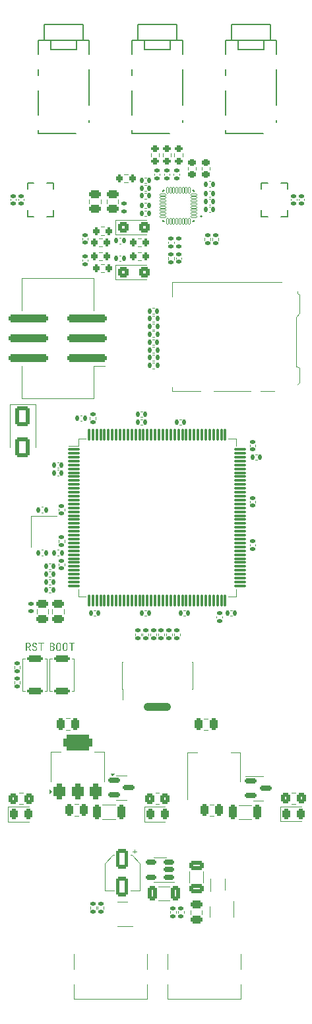
<source format=gbr>
%TF.GenerationSoftware,KiCad,Pcbnew,8.0.1*%
%TF.CreationDate,2024-03-28T16:58:49+01:00*%
%TF.ProjectId,KLST_CATERPILLAR,4b4c5354-5f43-4415-9445-5250494c4c41,rev?*%
%TF.SameCoordinates,Original*%
%TF.FileFunction,Legend,Top*%
%TF.FilePolarity,Positive*%
%FSLAX46Y46*%
G04 Gerber Fmt 4.6, Leading zero omitted, Abs format (unit mm)*
G04 Created by KiCad (PCBNEW 8.0.1) date 2024-03-28 16:58:49*
%MOMM*%
%LPD*%
G01*
G04 APERTURE LIST*
G04 Aperture macros list*
%AMRoundRect*
0 Rectangle with rounded corners*
0 $1 Rounding radius*
0 $2 $3 $4 $5 $6 $7 $8 $9 X,Y pos of 4 corners*
0 Add a 4 corners polygon primitive as box body*
4,1,4,$2,$3,$4,$5,$6,$7,$8,$9,$2,$3,0*
0 Add four circle primitives for the rounded corners*
1,1,$1+$1,$2,$3*
1,1,$1+$1,$4,$5*
1,1,$1+$1,$6,$7*
1,1,$1+$1,$8,$9*
0 Add four rect primitives between the rounded corners*
20,1,$1+$1,$2,$3,$4,$5,0*
20,1,$1+$1,$4,$5,$6,$7,0*
20,1,$1+$1,$6,$7,$8,$9,0*
20,1,$1+$1,$8,$9,$2,$3,0*%
G04 Aperture macros list end*
%ADD10C,1.000000*%
%ADD11C,0.150000*%
%ADD12C,0.120000*%
%ADD13C,0.127000*%
%ADD14C,0.200000*%
%ADD15C,0.152400*%
%ADD16RoundRect,0.140000X0.170000X-0.140000X0.170000X0.140000X-0.170000X0.140000X-0.170000X-0.140000X0*%
%ADD17RoundRect,0.140000X-0.140000X-0.170000X0.140000X-0.170000X0.140000X0.170000X-0.140000X0.170000X0*%
%ADD18RoundRect,0.250000X0.475000X-0.250000X0.475000X0.250000X-0.475000X0.250000X-0.475000X-0.250000X0*%
%ADD19RoundRect,0.140000X-0.170000X0.140000X-0.170000X-0.140000X0.170000X-0.140000X0.170000X0.140000X0*%
%ADD20RoundRect,0.140000X0.140000X0.170000X-0.140000X0.170000X-0.140000X-0.170000X0.140000X-0.170000X0*%
%ADD21RoundRect,0.250000X0.250000X0.475000X-0.250000X0.475000X-0.250000X-0.475000X0.250000X-0.475000X0*%
%ADD22RoundRect,0.250000X-0.450000X-0.425000X0.450000X-0.425000X0.450000X0.425000X-0.450000X0.425000X0*%
%ADD23RoundRect,0.135000X0.185000X-0.135000X0.185000X0.135000X-0.185000X0.135000X-0.185000X-0.135000X0*%
%ADD24RoundRect,0.250000X-0.275000X-0.700000X0.275000X-0.700000X0.275000X0.700000X-0.275000X0.700000X0*%
%ADD25RoundRect,0.200000X0.275000X-0.200000X0.275000X0.200000X-0.275000X0.200000X-0.275000X-0.200000X0*%
%ADD26R,0.250000X0.600000*%
%ADD27RoundRect,0.225000X0.250000X-0.225000X0.250000X0.225000X-0.250000X0.225000X-0.250000X-0.225000X0*%
%ADD28RoundRect,0.150000X-0.587500X-0.150000X0.587500X-0.150000X0.587500X0.150000X-0.587500X0.150000X0*%
%ADD29RoundRect,0.250000X0.350000X0.450000X-0.350000X0.450000X-0.350000X-0.450000X0.350000X-0.450000X0*%
%ADD30RoundRect,0.200000X0.800000X-0.200000X0.800000X0.200000X-0.800000X0.200000X-0.800000X-0.200000X0*%
%ADD31RoundRect,0.243750X-0.243750X-0.456250X0.243750X-0.456250X0.243750X0.456250X-0.243750X0.456250X0*%
%ADD32RoundRect,0.135000X-0.185000X0.135000X-0.185000X-0.135000X0.185000X-0.135000X0.185000X0.135000X0*%
%ADD33RoundRect,0.255000X2.245000X0.255000X-2.245000X0.255000X-2.245000X-0.255000X2.245000X-0.255000X0*%
%ADD34RoundRect,0.250000X-0.325000X-0.650000X0.325000X-0.650000X0.325000X0.650000X-0.325000X0.650000X0*%
%ADD35RoundRect,0.006600X0.358400X0.103400X-0.358400X0.103400X-0.358400X-0.103400X0.358400X-0.103400X0*%
%ADD36RoundRect,0.006600X-0.103400X0.358400X-0.103400X-0.358400X0.103400X-0.358400X0.103400X0.358400X0*%
%ADD37R,2.700000X2.700000*%
%ADD38R,0.406400X0.939800*%
%ADD39R,0.355600X2.311400*%
%ADD40R,1.295400X0.355600*%
%ADD41RoundRect,0.200000X0.200000X0.275000X-0.200000X0.275000X-0.200000X-0.275000X0.200000X-0.275000X0*%
%ADD42C,1.600000*%
%ADD43R,2.500000X1.500000*%
%ADD44R,3.400000X1.500000*%
%ADD45RoundRect,0.135000X-0.135000X-0.185000X0.135000X-0.185000X0.135000X0.185000X-0.135000X0.185000X0*%
%ADD46RoundRect,0.075000X-0.662500X-0.075000X0.662500X-0.075000X0.662500X0.075000X-0.662500X0.075000X0*%
%ADD47RoundRect,0.075000X-0.075000X-0.662500X0.075000X-0.662500X0.075000X0.662500X-0.075000X0.662500X0*%
%ADD48RoundRect,0.200000X-0.200000X-0.275000X0.200000X-0.275000X0.200000X0.275000X-0.200000X0.275000X0*%
%ADD49R,1.200000X0.700000*%
%ADD50R,0.800000X1.000000*%
%ADD51R,1.200000X1.000000*%
%ADD52R,2.800000X1.000000*%
%ADD53R,1.900000X1.300000*%
%ADD54C,0.650000*%
%ADD55R,0.600000X1.450000*%
%ADD56R,0.300000X1.450000*%
%ADD57O,1.000000X2.100000*%
%ADD58O,1.000000X1.600000*%
%ADD59RoundRect,0.250000X-0.475000X0.250000X-0.475000X-0.250000X0.475000X-0.250000X0.475000X0.250000X0*%
%ADD60RoundRect,0.147500X0.172500X-0.147500X0.172500X0.147500X-0.172500X0.147500X-0.172500X-0.147500X0*%
%ADD61RoundRect,0.135000X0.135000X0.185000X-0.135000X0.185000X-0.135000X-0.185000X0.135000X-0.185000X0*%
%ADD62RoundRect,0.147500X-0.172500X0.147500X-0.172500X-0.147500X0.172500X-0.147500X0.172500X0.147500X0*%
%ADD63RoundRect,0.250000X-0.650000X1.000000X-0.650000X-1.000000X0.650000X-1.000000X0.650000X1.000000X0*%
%ADD64RoundRect,0.250000X-0.550000X1.050000X-0.550000X-1.050000X0.550000X-1.050000X0.550000X1.050000X0*%
%ADD65R,0.700000X1.000000*%
%ADD66R,0.700000X0.600000*%
%ADD67R,1.000000X0.700000*%
%ADD68R,0.600000X0.700000*%
%ADD69R,0.740000X2.400000*%
%ADD70R,1.500000X2.000000*%
%ADD71R,3.800000X2.000000*%
%ADD72R,1.200000X1.400000*%
%ADD73RoundRect,0.150000X0.512500X0.150000X-0.512500X0.150000X-0.512500X-0.150000X0.512500X-0.150000X0*%
%ADD74RoundRect,0.375000X0.375000X-0.625000X0.375000X0.625000X-0.375000X0.625000X-0.375000X-0.625000X0*%
%ADD75RoundRect,0.500000X1.400000X-0.500000X1.400000X0.500000X-1.400000X0.500000X-1.400000X-0.500000X0*%
%ADD76RoundRect,0.250000X0.650000X-0.325000X0.650000X0.325000X-0.650000X0.325000X-0.650000X-0.325000X0*%
%ADD77C,0.990000*%
G04 APERTURE END LIST*
D10*
X68750000Y-137500000D02*
X71250000Y-137500000D01*
D11*
G36*
X53488231Y-129286293D02*
G01*
X53539178Y-129296578D01*
X53585737Y-129314209D01*
X53598849Y-129320931D01*
X53642675Y-129350086D01*
X53679113Y-129386167D01*
X53705827Y-129424979D01*
X53727520Y-129473336D01*
X53739427Y-129521956D01*
X53743892Y-129575012D01*
X53743929Y-129580561D01*
X53740586Y-129630982D01*
X53728833Y-129683290D01*
X53708618Y-129730922D01*
X53690440Y-129760080D01*
X53657570Y-129798683D01*
X53619136Y-129830138D01*
X53575138Y-129854445D01*
X53548290Y-129864860D01*
X53757851Y-130315000D01*
X53618632Y-130315000D01*
X53417376Y-129877316D01*
X53247139Y-129877316D01*
X53247139Y-130315000D01*
X53122087Y-130315000D01*
X53122087Y-129397135D01*
X53247139Y-129397135D01*
X53247139Y-129763499D01*
X53438625Y-129763499D01*
X53489058Y-129757554D01*
X53535781Y-129737507D01*
X53565143Y-129713185D01*
X53594315Y-129670801D01*
X53609228Y-129624105D01*
X53613015Y-129580317D01*
X53608340Y-129531297D01*
X53592398Y-129485088D01*
X53565143Y-129446960D01*
X53524912Y-129416598D01*
X53476025Y-129400249D01*
X53438625Y-129397135D01*
X53247139Y-129397135D01*
X53122087Y-129397135D01*
X53122087Y-129283318D01*
X53438625Y-129283318D01*
X53488231Y-129286293D01*
G37*
G36*
X54258060Y-130330631D02*
G01*
X54204227Y-130327840D01*
X54154654Y-130319468D01*
X54102201Y-130302647D01*
X54055545Y-130278229D01*
X54020168Y-130251252D01*
X53985716Y-130213577D01*
X53959727Y-130170222D01*
X53942199Y-130121186D01*
X53933133Y-130066471D01*
X53931752Y-130032655D01*
X54058269Y-130032655D01*
X54063612Y-130083020D01*
X54081831Y-130129937D01*
X54112980Y-130167965D01*
X54154917Y-130195777D01*
X54205166Y-130212044D01*
X54258060Y-130216814D01*
X54309122Y-130211829D01*
X54357356Y-130194830D01*
X54397279Y-130165767D01*
X54428981Y-130123120D01*
X54445187Y-130076363D01*
X54449302Y-130032655D01*
X54442991Y-129981290D01*
X54424058Y-129936190D01*
X54416330Y-129924455D01*
X54381915Y-129889627D01*
X54336374Y-129865925D01*
X54321319Y-129861196D01*
X54165248Y-129817233D01*
X54119239Y-129800288D01*
X54073682Y-129774584D01*
X54034694Y-129741847D01*
X54012352Y-129716116D01*
X53985551Y-129672970D01*
X53967521Y-129625690D01*
X53958262Y-129574275D01*
X53956909Y-129543925D01*
X53960486Y-129494566D01*
X53972687Y-129444734D01*
X53993545Y-129399577D01*
X54022196Y-129359881D01*
X54061351Y-129324080D01*
X54096127Y-129302369D01*
X54143970Y-129282623D01*
X54196489Y-129271073D01*
X54248290Y-129267686D01*
X54300784Y-129271073D01*
X54349270Y-129281234D01*
X54397976Y-129300235D01*
X54402163Y-129302369D01*
X54444738Y-129329416D01*
X54480444Y-129362871D01*
X54506944Y-129398845D01*
X54528636Y-129443440D01*
X54541325Y-129492595D01*
X54545045Y-129541238D01*
X54418528Y-129541238D01*
X54411796Y-129491974D01*
X54389309Y-129446898D01*
X54370656Y-129426200D01*
X54327367Y-129397261D01*
X54279608Y-129383642D01*
X54248290Y-129381503D01*
X54196221Y-129387789D01*
X54148804Y-129408784D01*
X54127146Y-129426200D01*
X54097100Y-129466671D01*
X54082371Y-129515848D01*
X54080740Y-129541482D01*
X54087395Y-129591063D01*
X54109163Y-129636141D01*
X54111026Y-129638691D01*
X54147479Y-129672824D01*
X54192856Y-129693622D01*
X54196267Y-129694623D01*
X54356490Y-129739808D01*
X54405033Y-129757118D01*
X54447837Y-129780718D01*
X54489130Y-129814786D01*
X54516225Y-129846786D01*
X54543734Y-129893324D01*
X54562241Y-129944459D01*
X54571133Y-129993773D01*
X54573133Y-130033143D01*
X54570120Y-130082219D01*
X54558985Y-130134568D01*
X54539645Y-130181635D01*
X54512102Y-130223419D01*
X54487404Y-130250031D01*
X54447128Y-130281437D01*
X54401311Y-130305129D01*
X54349955Y-130321107D01*
X54301527Y-130328663D01*
X54258060Y-130330631D01*
G37*
G36*
X55028402Y-130315000D02*
G01*
X55028402Y-129397135D01*
X54747034Y-129397135D01*
X54747034Y-129283318D01*
X55436288Y-129283318D01*
X55436288Y-129397135D01*
X55154920Y-129397135D01*
X55154920Y-130315000D01*
X55028402Y-130315000D01*
G37*
G36*
X56544216Y-129285782D02*
G01*
X56597803Y-129294887D01*
X56645523Y-129310700D01*
X56692875Y-129336986D01*
X56713678Y-129353415D01*
X56748513Y-129391868D01*
X56773395Y-129437130D01*
X56788325Y-129489199D01*
X56793223Y-129540345D01*
X56793301Y-129548077D01*
X56787385Y-129600299D01*
X56769635Y-129648827D01*
X56743231Y-129689738D01*
X56705398Y-129727433D01*
X56660406Y-129753872D01*
X56613294Y-129768140D01*
X56613294Y-129772292D01*
X56663276Y-129784126D01*
X56707648Y-129806806D01*
X56719296Y-129815279D01*
X56755640Y-129850007D01*
X56784318Y-129892215D01*
X56791103Y-129905648D01*
X56808024Y-129951874D01*
X56816318Y-130001647D01*
X56817237Y-130025816D01*
X56813357Y-130081685D01*
X56801716Y-130132178D01*
X56782315Y-130177295D01*
X56750640Y-130222274D01*
X56736148Y-130237330D01*
X56691986Y-130271311D01*
X56647208Y-130293079D01*
X56596704Y-130307415D01*
X56540472Y-130314317D01*
X56514620Y-130315000D01*
X56202478Y-130315000D01*
X56202478Y-129830422D01*
X56326309Y-129830422D01*
X56326309Y-130201182D01*
X56500698Y-130201182D01*
X56552461Y-130196531D01*
X56600971Y-130180671D01*
X56640649Y-130153555D01*
X56671905Y-130112740D01*
X56688735Y-130062101D01*
X56691940Y-130022885D01*
X56686931Y-129972582D01*
X56669851Y-129924465D01*
X56640649Y-129883911D01*
X56600971Y-129853458D01*
X56552461Y-129835645D01*
X56500698Y-129830422D01*
X56326309Y-129830422D01*
X56202478Y-129830422D01*
X56202478Y-129397135D01*
X56326309Y-129397135D01*
X56326309Y-129716605D01*
X56492150Y-129716605D01*
X56544165Y-129711525D01*
X56591626Y-129694398D01*
X56620866Y-129673618D01*
X56651386Y-129633494D01*
X56666347Y-129583374D01*
X56668005Y-129556870D01*
X56661479Y-129506025D01*
X56639680Y-129460633D01*
X56621598Y-129440366D01*
X56578089Y-129412375D01*
X56527622Y-129399204D01*
X56493615Y-129397135D01*
X56326309Y-129397135D01*
X56202478Y-129397135D01*
X56202478Y-129283318D01*
X56493615Y-129283318D01*
X56544216Y-129285782D01*
G37*
G36*
X57382464Y-129270528D02*
G01*
X57435245Y-129281029D01*
X57482509Y-129299266D01*
X57524256Y-129325240D01*
X57550698Y-129348531D01*
X57582009Y-129387066D01*
X57605629Y-129432146D01*
X57621559Y-129483770D01*
X57629092Y-129533230D01*
X57631054Y-129578119D01*
X57631054Y-130018733D01*
X57628229Y-130072623D01*
X57619754Y-130121635D01*
X57602725Y-130172653D01*
X57578007Y-130217031D01*
X57550698Y-130249787D01*
X57512891Y-130281288D01*
X57469568Y-130305051D01*
X57420728Y-130321078D01*
X57366371Y-130329368D01*
X57332834Y-130330631D01*
X57283194Y-130327789D01*
X57230382Y-130317289D01*
X57183063Y-130299051D01*
X57141237Y-130273077D01*
X57114725Y-130249787D01*
X57083509Y-130211098D01*
X57059961Y-130165771D01*
X57044079Y-130113805D01*
X57036569Y-130063980D01*
X57035257Y-130033632D01*
X57161131Y-130033632D01*
X57165520Y-130084651D01*
X57180485Y-130131681D01*
X57206072Y-130169187D01*
X57248790Y-130200023D01*
X57298885Y-130214535D01*
X57332834Y-130216814D01*
X57385336Y-130211186D01*
X57432145Y-130192210D01*
X57460084Y-130169187D01*
X57487172Y-130127799D01*
X57501020Y-130079903D01*
X57504536Y-130033632D01*
X57504536Y-129564685D01*
X57500195Y-129513666D01*
X57485392Y-129466637D01*
X57460084Y-129429131D01*
X57417756Y-129398294D01*
X57367306Y-129383782D01*
X57332834Y-129381503D01*
X57281050Y-129387131D01*
X57234367Y-129406108D01*
X57206072Y-129429131D01*
X57178686Y-129470518D01*
X57164686Y-129518414D01*
X57161131Y-129564685D01*
X57161131Y-130033632D01*
X57035257Y-130033632D01*
X57034613Y-130018733D01*
X57034613Y-129579584D01*
X57037429Y-129525620D01*
X57045879Y-129476567D01*
X57062856Y-129425547D01*
X57087499Y-129381211D01*
X57114725Y-129348531D01*
X57152627Y-129317030D01*
X57196022Y-129293266D01*
X57244911Y-129277239D01*
X57299292Y-129268949D01*
X57332834Y-129267686D01*
X57382464Y-129270528D01*
G37*
G36*
X58221683Y-129270528D02*
G01*
X58274463Y-129281029D01*
X58321727Y-129299266D01*
X58363474Y-129325240D01*
X58389917Y-129348531D01*
X58421227Y-129387066D01*
X58444847Y-129432146D01*
X58460777Y-129483770D01*
X58468311Y-129533230D01*
X58470273Y-129578119D01*
X58470273Y-130018733D01*
X58467447Y-130072623D01*
X58458972Y-130121635D01*
X58441944Y-130172653D01*
X58417225Y-130217031D01*
X58389917Y-130249787D01*
X58352110Y-130281288D01*
X58308786Y-130305051D01*
X58259946Y-130321078D01*
X58205590Y-130329368D01*
X58172052Y-130330631D01*
X58122412Y-130327789D01*
X58069600Y-130317289D01*
X58022282Y-130299051D01*
X57980456Y-130273077D01*
X57953943Y-130249787D01*
X57922728Y-130211098D01*
X57899179Y-130165771D01*
X57883298Y-130113805D01*
X57875787Y-130063980D01*
X57874475Y-130033632D01*
X58000349Y-130033632D01*
X58004738Y-130084651D01*
X58019704Y-130131681D01*
X58045290Y-130169187D01*
X58088009Y-130200023D01*
X58138103Y-130214535D01*
X58172052Y-130216814D01*
X58224555Y-130211186D01*
X58271364Y-130192210D01*
X58299303Y-130169187D01*
X58326391Y-130127799D01*
X58340238Y-130079903D01*
X58343755Y-130033632D01*
X58343755Y-129564685D01*
X58339414Y-129513666D01*
X58324611Y-129466637D01*
X58299303Y-129429131D01*
X58256974Y-129398294D01*
X58206525Y-129383782D01*
X58172052Y-129381503D01*
X58120268Y-129387131D01*
X58073585Y-129406108D01*
X58045290Y-129429131D01*
X58017904Y-129470518D01*
X58003904Y-129518414D01*
X58000349Y-129564685D01*
X58000349Y-130033632D01*
X57874475Y-130033632D01*
X57873831Y-130018733D01*
X57873831Y-129579584D01*
X57876648Y-129525620D01*
X57885097Y-129476567D01*
X57902074Y-129425547D01*
X57926718Y-129381211D01*
X57953943Y-129348531D01*
X57991845Y-129317030D01*
X58035241Y-129293266D01*
X58084129Y-129277239D01*
X58138511Y-129268949D01*
X58172052Y-129267686D01*
X58221683Y-129270528D01*
G37*
G36*
X58948012Y-130315000D02*
G01*
X58948012Y-129397135D01*
X58666644Y-129397135D01*
X58666644Y-129283318D01*
X59355897Y-129283318D01*
X59355897Y-129397135D01*
X59074529Y-129397135D01*
X59074529Y-130315000D01*
X58948012Y-130315000D01*
G37*
D12*
%TO.C,C80*%
X72097345Y-69367836D02*
X72097345Y-69152164D01*
X72817345Y-69367836D02*
X72817345Y-69152164D01*
%TO.C,C86*%
X76599509Y-71400000D02*
X76815181Y-71400000D01*
X76599509Y-72120000D02*
X76815181Y-72120000D01*
%TO.C,C71*%
X61265000Y-73011252D02*
X61265000Y-72488748D01*
X62735000Y-73011252D02*
X62735000Y-72488748D01*
%TO.C,C28*%
X81852587Y-111122164D02*
X81852587Y-111337836D01*
X82572587Y-111122164D02*
X82572587Y-111337836D01*
%TO.C,C13*%
X55320423Y-117390000D02*
X55104751Y-117390000D01*
X55320423Y-118110000D02*
X55104751Y-118110000D01*
%TO.C,C1*%
X76738748Y-150015000D02*
X77261252Y-150015000D01*
X76738748Y-151485000D02*
X77261252Y-151485000D01*
%TO.C,C66*%
X64647345Y-75075000D02*
X64647345Y-76945000D01*
X64647345Y-76945000D02*
X68557345Y-76945000D01*
X68557345Y-75075000D02*
X64647345Y-75075000D01*
%TO.C,R4*%
X77084690Y-77713641D02*
X77084690Y-77406359D01*
X77844690Y-77713641D02*
X77844690Y-77406359D01*
%TO.C,C17*%
X57340423Y-106140000D02*
X57124751Y-106140000D01*
X57340423Y-106860000D02*
X57124751Y-106860000D01*
%TO.C,C26*%
X67854751Y-99640000D02*
X68070423Y-99640000D01*
X67854751Y-100360000D02*
X68070423Y-100360000D01*
%TO.C,FB4*%
X62964758Y-150045551D02*
X64635242Y-150045551D01*
X62964758Y-151865551D02*
X64635242Y-151865551D01*
%TO.C,R83*%
X72184845Y-66997258D02*
X72184845Y-66522742D01*
X73229845Y-66997258D02*
X73229845Y-66522742D01*
%TO.C,C18*%
X79354751Y-125140000D02*
X79570423Y-125140000D01*
X79354751Y-125860000D02*
X79570423Y-125860000D01*
%TO.C,C12*%
X56320423Y-120140000D02*
X56104751Y-120140000D01*
X56320423Y-120860000D02*
X56104751Y-120860000D01*
%TO.C,C25*%
X57357835Y-117390000D02*
X57142163Y-117390000D01*
X57357835Y-118110000D02*
X57142163Y-118110000D01*
%TO.C,C81*%
X52140000Y-72392165D02*
X52140000Y-72607837D01*
X52860000Y-72392165D02*
X52860000Y-72607837D01*
%TO.C,U7*%
X76840000Y-159550000D02*
X76840000Y-161140000D01*
X78660000Y-159550000D02*
X78660000Y-160950000D01*
%TO.C,C67*%
X73947345Y-68650580D02*
X73947345Y-68369420D01*
X74967345Y-68650580D02*
X74967345Y-68369420D01*
%TO.C,C70*%
X76815181Y-70150000D02*
X76599509Y-70150000D01*
X76815181Y-70870000D02*
X76599509Y-70870000D01*
%TO.C,Q1*%
X81275000Y-146377500D02*
X82950000Y-146377500D01*
X82300000Y-149497500D02*
X82950000Y-149497500D01*
X83600000Y-146377500D02*
X82950000Y-146377500D01*
X83600000Y-149497500D02*
X82950000Y-149497500D01*
%TO.C,R11*%
X51620000Y-134553641D02*
X51620000Y-134246359D01*
X52380000Y-134553641D02*
X52380000Y-134246359D01*
%TO.C,C10*%
X56320423Y-119140000D02*
X56104751Y-119140000D01*
X56320423Y-119860000D02*
X56104751Y-119860000D01*
%TO.C,C68*%
X75697345Y-68650580D02*
X75697345Y-68369420D01*
X76717345Y-68650580D02*
X76717345Y-68369420D01*
%TO.C,R8*%
X70227064Y-148515000D02*
X69772936Y-148515000D01*
X70227064Y-149985000D02*
X69772936Y-149985000D01*
%TO.C,SW1*%
X52680000Y-131330000D02*
X52980000Y-131330000D01*
X52680000Y-135470000D02*
X52680000Y-131330000D01*
X52980000Y-135470000D02*
X52680000Y-135470000D01*
X55520000Y-131330000D02*
X55820000Y-131330000D01*
X55820000Y-131330000D02*
X55820000Y-135470000D01*
X55820000Y-135470000D02*
X55520000Y-135470000D01*
%TO.C,D1*%
X85815816Y-150270950D02*
X88500816Y-150270950D01*
X85815816Y-152190950D02*
X85815816Y-150270950D01*
X88500816Y-152190950D02*
X85815816Y-152190950D01*
%TO.C,D2*%
X50814323Y-150282050D02*
X53499323Y-150282050D01*
X50814323Y-152202050D02*
X50814323Y-150282050D01*
X53499323Y-152202050D02*
X50814323Y-152202050D01*
%TO.C,R43*%
X72620000Y-163656359D02*
X72620000Y-163963641D01*
X73380000Y-163656359D02*
X73380000Y-163963641D01*
%TO.C,C60*%
X60347345Y-77617836D02*
X60347345Y-77402164D01*
X61067345Y-77617836D02*
X61067345Y-77402164D01*
%TO.C,J5*%
X52618371Y-82520000D02*
X52618371Y-86700000D01*
X52618371Y-97980000D02*
X52618371Y-93800000D01*
X61788371Y-82520000D02*
X52618371Y-82520000D01*
X61788371Y-86700000D02*
X61788371Y-82520000D01*
X61788371Y-93800000D02*
X61788371Y-97980000D01*
X61788371Y-93800000D02*
X63288371Y-93800000D01*
X61788371Y-97980000D02*
X52618371Y-97980000D01*
%TO.C,C47*%
X71548752Y-160500000D02*
X70126248Y-160500000D01*
X71548752Y-162320000D02*
X70126248Y-162320000D01*
D13*
%TO.C,U13*%
X70707345Y-71260000D02*
X70707345Y-71430000D01*
X70707345Y-71260000D02*
X70877345Y-71260000D01*
X70707345Y-75260000D02*
X70707345Y-75090000D01*
X70707345Y-75260000D02*
X70877345Y-75260000D01*
X74707345Y-71260000D02*
X74537345Y-71260000D01*
X74707345Y-71260000D02*
X74707345Y-71430000D01*
X74707345Y-75260000D02*
X74537345Y-75260000D01*
X74707345Y-75260000D02*
X74707345Y-75090000D01*
D14*
X75727345Y-74660000D02*
G75*
G02*
X75527345Y-74660000I-100000J0D01*
G01*
X75527345Y-74660000D02*
G75*
G02*
X75727345Y-74660000I100000J0D01*
G01*
D12*
%TO.C,C64*%
X65099509Y-79650000D02*
X65315181Y-79650000D01*
X65099509Y-80370000D02*
X65315181Y-80370000D01*
%TO.C,C27*%
X82604751Y-105140000D02*
X82820423Y-105140000D01*
X82604751Y-105860000D02*
X82820423Y-105860000D01*
D15*
%TO.C,U11*%
X53323600Y-70328301D02*
X54156319Y-70328301D01*
X53323600Y-71154936D02*
X53323600Y-70328301D01*
X53323600Y-74671701D02*
X53323600Y-73845066D01*
X54156319Y-74671701D02*
X53323600Y-74671701D01*
X55843681Y-70328301D02*
X56676400Y-70328301D01*
X56676400Y-70328301D02*
X56676400Y-71154936D01*
X56676400Y-73845066D02*
X56676400Y-74671701D01*
X56676400Y-74671701D02*
X55843681Y-74671701D01*
D12*
%TO.C,C14*%
X68570423Y-125140000D02*
X68354751Y-125140000D01*
X68570423Y-125860000D02*
X68354751Y-125860000D01*
D15*
%TO.C,U10*%
X83323600Y-70328300D02*
X84156319Y-70328300D01*
X83323600Y-71154935D02*
X83323600Y-70328300D01*
X83323600Y-74671700D02*
X83323600Y-73845065D01*
X84156319Y-74671700D02*
X83323600Y-74671700D01*
X85843681Y-70328300D02*
X86676400Y-70328300D01*
X86676400Y-70328300D02*
X86676400Y-71154935D01*
X86676400Y-73845065D02*
X86676400Y-74671700D01*
X86676400Y-74671700D02*
X85843681Y-74671700D01*
D12*
%TO.C,C50*%
X87140000Y-72392047D02*
X87140000Y-72607719D01*
X87860000Y-72392047D02*
X87860000Y-72607719D01*
%TO.C,R80*%
X66194603Y-69237500D02*
X65720087Y-69237500D01*
X66194603Y-70282500D02*
X65720087Y-70282500D01*
%TO.C,R3*%
X76084690Y-77713641D02*
X76084690Y-77406359D01*
X76844690Y-77713641D02*
X76844690Y-77406359D01*
%TO.C,R58*%
X72120000Y-128384317D02*
X72120000Y-128077035D01*
X72880000Y-128384317D02*
X72880000Y-128077035D01*
%TO.C,R55*%
X68120000Y-128384317D02*
X68120000Y-128077035D01*
X68880000Y-128384317D02*
X68880000Y-128077035D01*
D13*
%TO.C,J19*%
X54750000Y-52050000D02*
X54750000Y-53869000D01*
X54750000Y-52050000D02*
X61250000Y-52050000D01*
X54750000Y-55831000D02*
X54750000Y-56569000D01*
X54750000Y-58531000D02*
X54750000Y-61669000D01*
X54750000Y-63631000D02*
X54750000Y-64050000D01*
X54750000Y-64050000D02*
X59569000Y-64050000D01*
X55500000Y-50050000D02*
X60500000Y-50050000D01*
X55500000Y-52050000D02*
X55501000Y-50844000D01*
X55501000Y-50844000D02*
X55500000Y-50050000D01*
X56350000Y-52050000D02*
X56350000Y-53250000D01*
X56350000Y-53250000D02*
X59650000Y-53250000D01*
X59650000Y-52050000D02*
X59650000Y-53250000D01*
X60500000Y-50050000D02*
X60500000Y-52050000D01*
X61250000Y-52050000D02*
X61250000Y-53869000D01*
X61250000Y-55831000D02*
X61250000Y-60369000D01*
X61250000Y-62331000D02*
X61250000Y-62569000D01*
D12*
%TO.C,C87*%
X68565181Y-70650000D02*
X68349509Y-70650000D01*
X68565181Y-71370000D02*
X68349509Y-71370000D01*
%TO.C,R17*%
X69653641Y-87370000D02*
X69346359Y-87370000D01*
X69653641Y-88130000D02*
X69346359Y-88130000D01*
%TO.C,U2*%
X59852587Y-103140000D02*
X59852587Y-104090000D01*
X59852587Y-104090000D02*
X58562587Y-104090000D01*
X59852587Y-123360000D02*
X59852587Y-122410000D01*
X60802587Y-103140000D02*
X59852587Y-103140000D01*
X60802587Y-123360000D02*
X59852587Y-123360000D01*
X79122587Y-103140000D02*
X80072587Y-103140000D01*
X79122587Y-123360000D02*
X80072587Y-123360000D01*
X80072587Y-103140000D02*
X80072587Y-104090000D01*
X80072587Y-123360000D02*
X80072587Y-122410000D01*
%TO.C,C77*%
X68565181Y-69650000D02*
X68349509Y-69650000D01*
X68565181Y-70370000D02*
X68349509Y-70370000D01*
%TO.C,SW2*%
X56180000Y-131330000D02*
X56480000Y-131330000D01*
X56180000Y-135470000D02*
X56180000Y-131330000D01*
X56480000Y-135470000D02*
X56180000Y-135470000D01*
X59020000Y-131330000D02*
X59320000Y-131330000D01*
X59320000Y-131330000D02*
X59320000Y-135470000D01*
X59320000Y-135470000D02*
X59020000Y-135470000D01*
%TO.C,C30*%
X69607836Y-86390000D02*
X69392164Y-86390000D01*
X69607836Y-87110000D02*
X69392164Y-87110000D01*
%TO.C,R73*%
X62720087Y-75987500D02*
X63194603Y-75987500D01*
X62720087Y-77032500D02*
X63194603Y-77032500D01*
%TO.C,C72*%
X68565181Y-72900000D02*
X68349509Y-72900000D01*
X68565181Y-73620000D02*
X68349509Y-73620000D01*
%TO.C,R59*%
X71120000Y-128374317D02*
X71120000Y-128067035D01*
X71880000Y-128374317D02*
X71880000Y-128067035D01*
%TO.C,J1*%
X71935000Y-83033874D02*
X85945000Y-83033874D01*
X71935000Y-84953874D02*
X71935000Y-83033874D01*
X71935000Y-96553874D02*
X71935000Y-97003874D01*
X71935000Y-97003874D02*
X75545000Y-97003874D01*
X77245000Y-97003874D02*
X81945000Y-97003874D01*
X83245000Y-97003874D02*
X85045000Y-97003874D01*
X87855000Y-93903874D02*
X87855000Y-87533874D01*
X87855000Y-93903874D02*
X88005000Y-93903874D01*
X88005000Y-84513874D02*
X88005000Y-84253874D01*
X88205000Y-84713874D02*
X88005000Y-84513874D01*
X88205000Y-84713874D02*
X88205000Y-87023874D01*
X88205000Y-87023874D02*
X87855000Y-87533874D01*
X88205000Y-94113874D02*
X88005000Y-93903874D01*
X88205000Y-95973874D02*
X88005000Y-96173874D01*
X88205000Y-95973874D02*
X88205000Y-94113874D01*
%TO.C,R77*%
X62944603Y-77487500D02*
X62470087Y-77487500D01*
X62944603Y-78532500D02*
X62470087Y-78532500D01*
%TO.C,J9*%
X71300000Y-169160000D02*
X71300000Y-171160000D01*
X71300000Y-173060000D02*
X71300000Y-174960000D01*
X71300000Y-174960000D02*
X80700000Y-174960000D01*
X80700000Y-169160000D02*
X80700000Y-171160000D01*
X80700000Y-173060000D02*
X80700000Y-174960000D01*
%TO.C,C89*%
X58761252Y-138970551D02*
X58238748Y-138970551D01*
X58761252Y-140440551D02*
X58238748Y-140440551D01*
%TO.C,R82*%
X70684845Y-66997258D02*
X70684845Y-66522742D01*
X71729845Y-66997258D02*
X71729845Y-66522742D01*
%TO.C,R74*%
X62944603Y-79237500D02*
X62470087Y-79237500D01*
X62944603Y-80282500D02*
X62470087Y-80282500D01*
%TO.C,R79*%
X67470087Y-77487500D02*
X67944603Y-77487500D01*
X67470087Y-78532500D02*
X67944603Y-78532500D01*
%TO.C,R10*%
X61332587Y-100346359D02*
X61332587Y-100653641D01*
X62092587Y-100346359D02*
X62092587Y-100653641D01*
%TO.C,C15*%
X73570423Y-125140000D02*
X73354751Y-125140000D01*
X73570423Y-125860000D02*
X73354751Y-125860000D01*
%TO.C,C3*%
X54515000Y-125526252D02*
X54515000Y-125003748D01*
X55985000Y-125526252D02*
X55985000Y-125003748D01*
%TO.C,C65*%
X65099509Y-77400000D02*
X65315181Y-77400000D01*
X65099509Y-78120000D02*
X65315181Y-78120000D01*
%TO.C,R57*%
X69120000Y-128384317D02*
X69120000Y-128077035D01*
X69880000Y-128384317D02*
X69880000Y-128077035D01*
%TO.C,J10*%
X59300000Y-169160000D02*
X59300000Y-171160000D01*
X59300000Y-173060000D02*
X59300000Y-174960000D01*
X59300000Y-174960000D02*
X68700000Y-174960000D01*
X68700000Y-169160000D02*
X68700000Y-171160000D01*
X68700000Y-173060000D02*
X68700000Y-174960000D01*
%TO.C,C88*%
X59861252Y-149970551D02*
X59338748Y-149970551D01*
X59861252Y-151440551D02*
X59338748Y-151440551D01*
%TO.C,C84*%
X76599509Y-72400000D02*
X76815181Y-72400000D01*
X76599509Y-73120000D02*
X76815181Y-73120000D01*
%TO.C,R75*%
X71370000Y-80153641D02*
X71370000Y-79846359D01*
X72130000Y-80153641D02*
X72130000Y-79846359D01*
%TO.C,C29*%
X69392164Y-90390000D02*
X69607836Y-90390000D01*
X69392164Y-91110000D02*
X69607836Y-91110000D01*
%TO.C,C7*%
X56104751Y-122140000D02*
X56320423Y-122140000D01*
X56104751Y-122860000D02*
X56320423Y-122860000D01*
%TO.C,R12*%
X69346359Y-93370000D02*
X69653641Y-93370000D01*
X69346359Y-94130000D02*
X69653641Y-94130000D01*
%TO.C,C19*%
X81852587Y-116642164D02*
X81852587Y-116857836D01*
X82572587Y-116642164D02*
X82572587Y-116857836D01*
%TO.C,C78*%
X69597345Y-69367836D02*
X69597345Y-69152164D01*
X70317345Y-69367836D02*
X70317345Y-69152164D01*
%TO.C,R14*%
X69653641Y-91370000D02*
X69346359Y-91370000D01*
X69653641Y-92130000D02*
X69346359Y-92130000D01*
%TO.C,D9*%
X51054121Y-98762500D02*
X51054121Y-104272500D01*
X54354121Y-98762500D02*
X51054121Y-98762500D01*
X54354121Y-98762500D02*
X54354121Y-104272500D01*
%TO.C,C49*%
X63240000Y-157564437D02*
X63240000Y-161020000D01*
X63240000Y-161020000D02*
X64440000Y-161020000D01*
X64304437Y-156500000D02*
X63240000Y-157564437D01*
X64304437Y-156500000D02*
X64440000Y-156500000D01*
X66695563Y-156500000D02*
X66560000Y-156500000D01*
X66695563Y-156500000D02*
X67760000Y-157564437D01*
X67060000Y-155760000D02*
X67060000Y-156260000D01*
X67310000Y-156010000D02*
X66810000Y-156010000D01*
X67760000Y-157564437D02*
X67760000Y-161020000D01*
X67760000Y-161020000D02*
X66560000Y-161020000D01*
%TO.C,Q4*%
X65387500Y-146295551D02*
X64737500Y-146295551D01*
X65387500Y-146295551D02*
X66037500Y-146295551D01*
X65387500Y-149415551D02*
X64737500Y-149415551D01*
X65387500Y-149415551D02*
X66037500Y-149415551D01*
X64225000Y-146345551D02*
X63985000Y-146015551D01*
X64465000Y-146015551D01*
X64225000Y-146345551D01*
G36*
X64225000Y-146345551D02*
G01*
X63985000Y-146015551D01*
X64465000Y-146015551D01*
X64225000Y-146345551D01*
G37*
%TO.C,C5*%
X56104751Y-121140000D02*
X56320423Y-121140000D01*
X56104751Y-121860000D02*
X56320423Y-121860000D01*
%TO.C,C82*%
X51140000Y-72392165D02*
X51140000Y-72607837D01*
X51860000Y-72392165D02*
X51860000Y-72607837D01*
%TO.C,C46*%
X74265000Y-163548748D02*
X74265000Y-164071252D01*
X75735000Y-163548748D02*
X75735000Y-164071252D01*
%TO.C,R9*%
X51620000Y-132553641D02*
X51620000Y-132246359D01*
X52380000Y-132553641D02*
X52380000Y-132246359D01*
%TO.C,D13*%
X64850000Y-165620000D02*
X66850000Y-165620000D01*
X66150000Y-162500000D02*
X64850000Y-162500000D01*
%TO.C,R78*%
X67470087Y-79237500D02*
X67944603Y-79237500D01*
X67470087Y-80282500D02*
X67944603Y-80282500D01*
%TO.C,C83*%
X76599509Y-73380000D02*
X76815181Y-73380000D01*
X76599509Y-74100000D02*
X76815181Y-74100000D01*
%TO.C,C85*%
X68585181Y-73900000D02*
X68369509Y-73900000D01*
X68585181Y-74620000D02*
X68369509Y-74620000D01*
%TO.C,R72*%
X62720087Y-80737500D02*
X63194603Y-80737500D01*
X62720087Y-81782500D02*
X63194603Y-81782500D01*
%TO.C,D12*%
X76690000Y-163100000D02*
X76690000Y-164400000D01*
X79810000Y-164400000D02*
X79810000Y-162400000D01*
%TO.C,D3*%
X68315000Y-150290000D02*
X68315000Y-152210000D01*
X68315000Y-152210000D02*
X71000000Y-152210000D01*
X71000000Y-150290000D02*
X68315000Y-150290000D01*
%TO.C,J14*%
X65495000Y-131715676D02*
X65560000Y-131715676D01*
X65495000Y-135245676D02*
X65495000Y-131715676D01*
X65495000Y-135245676D02*
X65560000Y-135245676D01*
X65560000Y-136570676D02*
X65560000Y-135245676D01*
X74440000Y-131715676D02*
X74505000Y-131715676D01*
X74440000Y-135245676D02*
X74505000Y-135245676D01*
X74505000Y-135245676D02*
X74505000Y-131715676D01*
%TO.C,C16*%
X57340423Y-107140000D02*
X57124751Y-107140000D01*
X57340423Y-107860000D02*
X57124751Y-107860000D01*
D13*
%TO.C,J17*%
X66750000Y-52050000D02*
X66750000Y-53869000D01*
X66750000Y-52050000D02*
X73250000Y-52050000D01*
X66750000Y-55831000D02*
X66750000Y-56569000D01*
X66750000Y-58531000D02*
X66750000Y-61669000D01*
X66750000Y-63631000D02*
X66750000Y-64050000D01*
X66750000Y-64050000D02*
X71569000Y-64050000D01*
X67500000Y-50050000D02*
X72500000Y-50050000D01*
X67500000Y-52050000D02*
X67501000Y-50844000D01*
X67501000Y-50844000D02*
X67500000Y-50050000D01*
X68350000Y-52050000D02*
X68350000Y-53250000D01*
X68350000Y-53250000D02*
X71650000Y-53250000D01*
X71650000Y-52050000D02*
X71650000Y-53250000D01*
X72500000Y-50050000D02*
X72500000Y-52050000D01*
X73250000Y-52050000D02*
X73250000Y-53869000D01*
X73250000Y-55831000D02*
X73250000Y-60369000D01*
X73250000Y-62331000D02*
X73250000Y-62569000D01*
D12*
%TO.C,C20*%
X81852587Y-103892164D02*
X81852587Y-104107836D01*
X82572587Y-103892164D02*
X82572587Y-104107836D01*
D13*
%TO.C,J18*%
X78750000Y-52050000D02*
X78750000Y-53869000D01*
X78750000Y-52050000D02*
X85250000Y-52050000D01*
X78750000Y-55831000D02*
X78750000Y-56569000D01*
X78750000Y-58531000D02*
X78750000Y-61669000D01*
X78750000Y-63631000D02*
X78750000Y-64050000D01*
X78750000Y-64050000D02*
X83569000Y-64050000D01*
X79500000Y-50050000D02*
X84500000Y-50050000D01*
X79500000Y-52050000D02*
X79501000Y-50844000D01*
X79501000Y-50844000D02*
X79500000Y-50050000D01*
X80350000Y-52050000D02*
X80350000Y-53250000D01*
X80350000Y-53250000D02*
X83650000Y-53250000D01*
X83650000Y-52050000D02*
X83650000Y-53250000D01*
X84500000Y-50050000D02*
X84500000Y-52050000D01*
X85250000Y-52050000D02*
X85250000Y-53869000D01*
X85250000Y-55831000D02*
X85250000Y-60369000D01*
X85250000Y-62331000D02*
X85250000Y-62569000D01*
D12*
%TO.C,R15*%
X69653641Y-89370000D02*
X69346359Y-89370000D01*
X69653641Y-90130000D02*
X69346359Y-90130000D01*
%TO.C,C58*%
X72390000Y-80107836D02*
X72390000Y-79892164D01*
X73110000Y-80107836D02*
X73110000Y-79892164D01*
%TO.C,R1*%
X87713657Y-148495950D02*
X87259529Y-148495950D01*
X87713657Y-149965950D02*
X87259529Y-149965950D01*
%TO.C,C69*%
X63515000Y-73011252D02*
X63515000Y-72488748D01*
X64985000Y-73011252D02*
X64985000Y-72488748D01*
%TO.C,R16*%
X69653641Y-88370000D02*
X69346359Y-88370000D01*
X69653641Y-89130000D02*
X69346359Y-89130000D01*
%TO.C,C6*%
X57352587Y-112357836D02*
X57352587Y-112142164D01*
X58072587Y-112357836D02*
X58072587Y-112142164D01*
%TO.C,U1*%
X73840000Y-143340000D02*
X73840000Y-149350000D01*
X75100000Y-143340000D02*
X73840000Y-143340000D01*
X79400000Y-143340000D02*
X80660000Y-143340000D01*
X80660000Y-143340000D02*
X80660000Y-147100000D01*
%TO.C,C51*%
X88140000Y-72392165D02*
X88140000Y-72607837D01*
X88860000Y-72392165D02*
X88860000Y-72607837D01*
%TO.C,R56*%
X67120000Y-128384317D02*
X67120000Y-128077035D01*
X67880000Y-128384317D02*
X67880000Y-128077035D01*
%TO.C,R2*%
X52726387Y-148507050D02*
X52272259Y-148507050D01*
X52726387Y-149977050D02*
X52272259Y-149977050D01*
%TO.C,R7*%
X57332587Y-116106359D02*
X57332587Y-116413641D01*
X58092587Y-116106359D02*
X58092587Y-116413641D01*
%TO.C,C74*%
X68565181Y-71650000D02*
X68349509Y-71650000D01*
X68565181Y-72370000D02*
X68349509Y-72370000D01*
%TO.C,C57*%
X60347345Y-80152164D02*
X60347345Y-80367836D01*
X61067345Y-80152164D02*
X61067345Y-80367836D01*
%TO.C,C21*%
X72854751Y-100640000D02*
X73070423Y-100640000D01*
X72854751Y-101360000D02*
X73070423Y-101360000D01*
%TO.C,C11*%
X62070423Y-125140000D02*
X61854751Y-125140000D01*
X62070423Y-125860000D02*
X61854751Y-125860000D01*
%TO.C,Y1*%
X53812587Y-113000000D02*
X53812587Y-117000000D01*
X57112587Y-113000000D02*
X53812587Y-113000000D01*
%TO.C,C23*%
X60320423Y-100140000D02*
X60104751Y-100140000D01*
X60320423Y-100860000D02*
X60104751Y-100860000D01*
%TO.C,C4*%
X56515000Y-125526252D02*
X56515000Y-125003748D01*
X57985000Y-125526252D02*
X57985000Y-125003748D01*
%TO.C,R45*%
X61370000Y-163403641D02*
X61370000Y-163096359D01*
X62130000Y-163403641D02*
X62130000Y-163096359D01*
%TO.C,R81*%
X69184845Y-66997258D02*
X69184845Y-66522742D01*
X70229845Y-66997258D02*
X70229845Y-66522742D01*
%TO.C,U8*%
X69562500Y-156800000D02*
X70362500Y-156800000D01*
X69562500Y-159920000D02*
X70362500Y-159920000D01*
X71162500Y-156800000D02*
X70362500Y-156800000D01*
X72162500Y-159920000D02*
X70362500Y-159920000D01*
%TO.C,R46*%
X62370000Y-163403641D02*
X62370000Y-163096359D01*
X63130000Y-163403641D02*
X63130000Y-163096359D01*
%TO.C,C79*%
X70847345Y-69367836D02*
X70847345Y-69152164D01*
X71567345Y-69367836D02*
X71567345Y-69152164D01*
%TO.C,C8*%
X57352587Y-119142164D02*
X57352587Y-119357836D01*
X58072587Y-119142164D02*
X58072587Y-119357836D01*
%TO.C,U14*%
X56340000Y-143295551D02*
X57600000Y-143295551D01*
X56340000Y-147055551D02*
X56340000Y-143295551D01*
X63160000Y-143295551D02*
X61900000Y-143295551D01*
X63160000Y-147055551D02*
X63160000Y-143295551D01*
X56440000Y-148335551D02*
X56110000Y-148575551D01*
X56110000Y-148095551D01*
X56440000Y-148335551D01*
G36*
X56440000Y-148335551D02*
G01*
X56110000Y-148575551D01*
X56110000Y-148095551D01*
X56440000Y-148335551D01*
G37*
%TO.C,R44*%
X71620000Y-163656359D02*
X71620000Y-163963641D01*
X72380000Y-163656359D02*
X72380000Y-163963641D01*
%TO.C,C9*%
X55320423Y-111890000D02*
X55104751Y-111890000D01*
X55320423Y-112610000D02*
X55104751Y-112610000D01*
%TO.C,C22*%
X67854751Y-100640000D02*
X68070423Y-100640000D01*
X67854751Y-101360000D02*
X68070423Y-101360000D01*
%TO.C,C61*%
X71390000Y-78107836D02*
X71390000Y-77892164D01*
X72110000Y-78107836D02*
X72110000Y-77892164D01*
%TO.C,C48*%
X74090000Y-158598748D02*
X74090000Y-160021252D01*
X75910000Y-158598748D02*
X75910000Y-160021252D01*
%TO.C,R13*%
X69653641Y-92370000D02*
X69346359Y-92370000D01*
X69653641Y-93130000D02*
X69346359Y-93130000D01*
%TO.C,C63*%
X64647345Y-80825000D02*
X64647345Y-82695000D01*
X64647345Y-82695000D02*
X68557345Y-82695000D01*
X68557345Y-80825000D02*
X64647345Y-80825000D01*
%TO.C,C24*%
X77602587Y-125892164D02*
X77602587Y-126107836D01*
X78322587Y-125892164D02*
X78322587Y-126107836D01*
%TO.C,FB1*%
X82085242Y-150090000D02*
X80414758Y-150090000D01*
X82085242Y-151910000D02*
X80414758Y-151910000D01*
%TO.C,C2*%
X75988748Y-139015000D02*
X76511252Y-139015000D01*
X75988748Y-140485000D02*
X76511252Y-140485000D01*
%TO.C,R54*%
X70120000Y-128384317D02*
X70120000Y-128077035D01*
X70880000Y-128384317D02*
X70880000Y-128077035D01*
%TD*%
%LPC*%
D16*
%TO.C,C80*%
X72457345Y-69740000D03*
X72457345Y-68780000D03*
%TD*%
D17*
%TO.C,C86*%
X76227345Y-71760000D03*
X77187345Y-71760000D03*
%TD*%
D18*
%TO.C,C71*%
X62000000Y-73700000D03*
X62000000Y-71800000D03*
%TD*%
D19*
%TO.C,C28*%
X82212587Y-110750000D03*
X82212587Y-111710000D03*
%TD*%
D20*
%TO.C,C13*%
X55692587Y-117750000D03*
X54732587Y-117750000D03*
%TD*%
D21*
%TO.C,C1*%
X77950000Y-150750000D03*
X76050000Y-150750000D03*
%TD*%
D22*
%TO.C,C66*%
X65607345Y-76010000D03*
X68307345Y-76010000D03*
%TD*%
D23*
%TO.C,R4*%
X77464690Y-78070000D03*
X77464690Y-77050000D03*
%TD*%
D20*
%TO.C,C17*%
X57712587Y-106500000D03*
X56752587Y-106500000D03*
%TD*%
D17*
%TO.C,C26*%
X67482587Y-100000000D03*
X68442587Y-100000000D03*
%TD*%
D24*
%TO.C,FB4*%
X62225000Y-150955551D03*
X65375000Y-150955551D03*
%TD*%
D25*
%TO.C,R83*%
X72707345Y-67585000D03*
X72707345Y-65935000D03*
%TD*%
D17*
%TO.C,C18*%
X78982587Y-125500000D03*
X79942587Y-125500000D03*
%TD*%
D20*
%TO.C,C12*%
X56692587Y-120500000D03*
X55732587Y-120500000D03*
%TD*%
%TO.C,C25*%
X57729999Y-117750000D03*
X56769999Y-117750000D03*
%TD*%
D19*
%TO.C,C81*%
X52500000Y-72020001D03*
X52500000Y-72980001D03*
%TD*%
D26*
%TO.C,U7*%
X77250000Y-160900000D03*
X77750000Y-160900000D03*
X78250000Y-160900000D03*
X78250000Y-159600000D03*
X77750000Y-159600000D03*
X77250000Y-159600000D03*
%TD*%
D27*
%TO.C,C67*%
X74457345Y-69285000D03*
X74457345Y-67735000D03*
%TD*%
D20*
%TO.C,C70*%
X77187345Y-70510000D03*
X76227345Y-70510000D03*
%TD*%
D28*
%TO.C,Q1*%
X82012500Y-146987500D03*
X82012500Y-148887500D03*
X83887500Y-147937500D03*
%TD*%
D23*
%TO.C,R11*%
X52000000Y-134910000D03*
X52000000Y-133890000D03*
%TD*%
D20*
%TO.C,C10*%
X56692587Y-119500000D03*
X55732587Y-119500000D03*
%TD*%
D27*
%TO.C,C68*%
X76207345Y-69285000D03*
X76207345Y-67735000D03*
%TD*%
D29*
%TO.C,R8*%
X71000000Y-149250000D03*
X69000000Y-149250000D03*
%TD*%
D30*
%TO.C,SW1*%
X54250000Y-135500000D03*
X54250000Y-131300000D03*
%TD*%
D31*
%TO.C,D1*%
X86563316Y-151230950D03*
X88438316Y-151230950D03*
%TD*%
%TO.C,D2*%
X51561823Y-151242050D03*
X53436823Y-151242050D03*
%TD*%
D32*
%TO.C,R43*%
X73000000Y-163300000D03*
X73000000Y-164320000D03*
%TD*%
D16*
%TO.C,C60*%
X60707345Y-77990000D03*
X60707345Y-77030000D03*
%TD*%
D33*
%TO.C,J5*%
X61003371Y-92790000D03*
X53403371Y-92790000D03*
X61003371Y-90250000D03*
X53403371Y-90250000D03*
X61003371Y-87710000D03*
X53403371Y-87710000D03*
%TD*%
D34*
%TO.C,C47*%
X69362500Y-161410000D03*
X72312500Y-161410000D03*
%TD*%
D35*
%TO.C,U13*%
X74697345Y-74660000D03*
X74697345Y-74260000D03*
X74697345Y-73860000D03*
X74697345Y-73460000D03*
X74697345Y-73060000D03*
X74697345Y-72660000D03*
X74697345Y-72260000D03*
X74697345Y-71860000D03*
D36*
X74107345Y-71270000D03*
X73707345Y-71270000D03*
X73307345Y-71270000D03*
X72907345Y-71270000D03*
X72507345Y-71270000D03*
X72107345Y-71270000D03*
X71707345Y-71270000D03*
X71307345Y-71270000D03*
D35*
X70717345Y-71860000D03*
X70717345Y-72260000D03*
X70717345Y-72660000D03*
X70717345Y-73060000D03*
X70717345Y-73460000D03*
X70717345Y-73860000D03*
X70717345Y-74260000D03*
X70717345Y-74660000D03*
D36*
X71307345Y-75250000D03*
X71707345Y-75250000D03*
X72107345Y-75250000D03*
X72507345Y-75250000D03*
X72907345Y-75250000D03*
X73307345Y-75250000D03*
X73707345Y-75250000D03*
X74107345Y-75250000D03*
D37*
X72707345Y-73260000D03*
%TD*%
D17*
%TO.C,C64*%
X64727345Y-80010000D03*
X65687345Y-80010000D03*
%TD*%
%TO.C,C27*%
X82232587Y-105500000D03*
X83192587Y-105500000D03*
%TD*%
D38*
%TO.C,U11*%
X54550001Y-71825001D03*
X54550001Y-73175001D03*
X55449999Y-73175001D03*
X55449999Y-71825001D03*
D39*
X53775000Y-72500001D03*
D40*
X55000000Y-70775001D03*
X55000000Y-74225001D03*
D39*
X56225000Y-72500001D03*
%TD*%
D20*
%TO.C,C14*%
X68942587Y-125500000D03*
X67982587Y-125500000D03*
%TD*%
D38*
%TO.C,U10*%
X84550001Y-71825000D03*
X84550001Y-73175000D03*
X85449999Y-73175000D03*
X85449999Y-71825000D03*
D39*
X83775000Y-72500000D03*
D40*
X85000000Y-70775000D03*
X85000000Y-74225000D03*
D39*
X86225000Y-72500000D03*
%TD*%
D19*
%TO.C,C50*%
X87500000Y-72019883D03*
X87500000Y-72979883D03*
%TD*%
D41*
%TO.C,R80*%
X66782345Y-69760000D03*
X65132345Y-69760000D03*
%TD*%
D23*
%TO.C,R3*%
X76464690Y-78070000D03*
X76464690Y-77050000D03*
%TD*%
%TO.C,R58*%
X72500000Y-128740676D03*
X72500000Y-127720676D03*
%TD*%
%TO.C,R55*%
X68500000Y-128740676D03*
X68500000Y-127720676D03*
%TD*%
D42*
%TO.C,J19*%
X58000000Y-62550000D03*
D43*
X54500000Y-57550000D03*
X54500000Y-62650000D03*
D44*
X61500000Y-54850000D03*
D43*
X54500000Y-54850000D03*
X61500000Y-61350000D03*
D44*
X61500000Y-63550000D03*
%TD*%
D20*
%TO.C,C87*%
X68937345Y-71010000D03*
X67977345Y-71010000D03*
%TD*%
D45*
%TO.C,R17*%
X68990000Y-87750000D03*
X70010000Y-87750000D03*
%TD*%
D46*
%TO.C,U2*%
X59300087Y-104500000D03*
X59300087Y-105000000D03*
X59300087Y-105500000D03*
X59300087Y-106000000D03*
X59300087Y-106500000D03*
X59300087Y-107000000D03*
X59300087Y-107500000D03*
X59300087Y-108000000D03*
X59300087Y-108500000D03*
X59300087Y-109000000D03*
X59300087Y-109500000D03*
X59300087Y-110000000D03*
X59300087Y-110500000D03*
X59300087Y-111000000D03*
X59300087Y-111500000D03*
X59300087Y-112000000D03*
X59300087Y-112500000D03*
X59300087Y-113000000D03*
X59300087Y-113500000D03*
X59300087Y-114000000D03*
X59300087Y-114500000D03*
X59300087Y-115000000D03*
X59300087Y-115500000D03*
X59300087Y-116000000D03*
X59300087Y-116500000D03*
X59300087Y-117000000D03*
X59300087Y-117500000D03*
X59300087Y-118000000D03*
X59300087Y-118500000D03*
X59300087Y-119000000D03*
X59300087Y-119500000D03*
X59300087Y-120000000D03*
X59300087Y-120500000D03*
X59300087Y-121000000D03*
X59300087Y-121500000D03*
X59300087Y-122000000D03*
D47*
X61212587Y-123912500D03*
X61712587Y-123912500D03*
X62212587Y-123912500D03*
X62712587Y-123912500D03*
X63212587Y-123912500D03*
X63712587Y-123912500D03*
X64212587Y-123912500D03*
X64712587Y-123912500D03*
X65212587Y-123912500D03*
X65712587Y-123912500D03*
X66212587Y-123912500D03*
X66712587Y-123912500D03*
X67212587Y-123912500D03*
X67712587Y-123912500D03*
X68212587Y-123912500D03*
X68712587Y-123912500D03*
X69212587Y-123912500D03*
X69712587Y-123912500D03*
X70212587Y-123912500D03*
X70712587Y-123912500D03*
X71212587Y-123912500D03*
X71712587Y-123912500D03*
X72212587Y-123912500D03*
X72712587Y-123912500D03*
X73212587Y-123912500D03*
X73712587Y-123912500D03*
X74212587Y-123912500D03*
X74712587Y-123912500D03*
X75212587Y-123912500D03*
X75712587Y-123912500D03*
X76212587Y-123912500D03*
X76712587Y-123912500D03*
X77212587Y-123912500D03*
X77712587Y-123912500D03*
X78212587Y-123912500D03*
X78712587Y-123912500D03*
D46*
X80625087Y-122000000D03*
X80625087Y-121500000D03*
X80625087Y-121000000D03*
X80625087Y-120500000D03*
X80625087Y-120000000D03*
X80625087Y-119500000D03*
X80625087Y-119000000D03*
X80625087Y-118500000D03*
X80625087Y-118000000D03*
X80625087Y-117500000D03*
X80625087Y-117000000D03*
X80625087Y-116500000D03*
X80625087Y-116000000D03*
X80625087Y-115500000D03*
X80625087Y-115000000D03*
X80625087Y-114500000D03*
X80625087Y-114000000D03*
X80625087Y-113500000D03*
X80625087Y-113000000D03*
X80625087Y-112500000D03*
X80625087Y-112000000D03*
X80625087Y-111500000D03*
X80625087Y-111000000D03*
X80625087Y-110500000D03*
X80625087Y-110000000D03*
X80625087Y-109500000D03*
X80625087Y-109000000D03*
X80625087Y-108500000D03*
X80625087Y-108000000D03*
X80625087Y-107500000D03*
X80625087Y-107000000D03*
X80625087Y-106500000D03*
X80625087Y-106000000D03*
X80625087Y-105500000D03*
X80625087Y-105000000D03*
X80625087Y-104500000D03*
D47*
X78712587Y-102587500D03*
X78212587Y-102587500D03*
X77712587Y-102587500D03*
X77212587Y-102587500D03*
X76712587Y-102587500D03*
X76212587Y-102587500D03*
X75712587Y-102587500D03*
X75212587Y-102587500D03*
X74712587Y-102587500D03*
X74212587Y-102587500D03*
X73712587Y-102587500D03*
X73212587Y-102587500D03*
X72712587Y-102587500D03*
X72212587Y-102587500D03*
X71712587Y-102587500D03*
X71212587Y-102587500D03*
X70712587Y-102587500D03*
X70212587Y-102587500D03*
X69712587Y-102587500D03*
X69212587Y-102587500D03*
X68712587Y-102587500D03*
X68212587Y-102587500D03*
X67712587Y-102587500D03*
X67212587Y-102587500D03*
X66712587Y-102587500D03*
X66212587Y-102587500D03*
X65712587Y-102587500D03*
X65212587Y-102587500D03*
X64712587Y-102587500D03*
X64212587Y-102587500D03*
X63712587Y-102587500D03*
X63212587Y-102587500D03*
X62712587Y-102587500D03*
X62212587Y-102587500D03*
X61712587Y-102587500D03*
X61212587Y-102587500D03*
%TD*%
D20*
%TO.C,C77*%
X68937345Y-70010000D03*
X67977345Y-70010000D03*
%TD*%
D30*
%TO.C,SW2*%
X57750000Y-135500000D03*
X57750000Y-131300000D03*
%TD*%
D17*
%TO.C,C30*%
X69020000Y-86750000D03*
X69980000Y-86750000D03*
%TD*%
D48*
%TO.C,R73*%
X62132345Y-76510000D03*
X63782345Y-76510000D03*
%TD*%
D20*
%TO.C,C72*%
X68937345Y-73260000D03*
X67977345Y-73260000D03*
%TD*%
D23*
%TO.C,R59*%
X71500000Y-128730676D03*
X71500000Y-127710676D03*
%TD*%
D49*
%TO.C,J1*%
X72095000Y-87253874D03*
X72095000Y-88353874D03*
X72095000Y-89453874D03*
X72095000Y-90553874D03*
X72095000Y-91653874D03*
X72095000Y-92753874D03*
X72095000Y-93853874D03*
X72095000Y-94953874D03*
X72095000Y-95903874D03*
D50*
X82595000Y-96853874D03*
D51*
X76395000Y-96853874D03*
D52*
X86745000Y-96853874D03*
D51*
X72095000Y-85703874D03*
D53*
X87195000Y-83353874D03*
%TD*%
D41*
%TO.C,R77*%
X63532345Y-78010000D03*
X61882345Y-78010000D03*
%TD*%
D54*
%TO.C,J9*%
X73110000Y-168460000D03*
X78890000Y-168460000D03*
D55*
X72750000Y-167015000D03*
X73550000Y-167015000D03*
D56*
X74750000Y-167015000D03*
X75750000Y-167015000D03*
X76250000Y-167015000D03*
X77250000Y-167015000D03*
D55*
X78450000Y-167015000D03*
X79250000Y-167015000D03*
X79250000Y-167015000D03*
X78450000Y-167015000D03*
D56*
X77750000Y-167015000D03*
X76750000Y-167015000D03*
X75250000Y-167015000D03*
X74250000Y-167015000D03*
D55*
X73550000Y-167015000D03*
X72750000Y-167015000D03*
D57*
X71680000Y-167930000D03*
D58*
X71680000Y-172110000D03*
D57*
X80320000Y-167930000D03*
D58*
X80320000Y-172110000D03*
%TD*%
D21*
%TO.C,C89*%
X59450000Y-139705551D03*
X57550000Y-139705551D03*
%TD*%
D25*
%TO.C,R82*%
X71207345Y-67585000D03*
X71207345Y-65935000D03*
%TD*%
D41*
%TO.C,R74*%
X63532345Y-79760000D03*
X61882345Y-79760000D03*
%TD*%
D48*
%TO.C,R79*%
X66882345Y-78010000D03*
X68532345Y-78010000D03*
%TD*%
D32*
%TO.C,R10*%
X61712587Y-99990000D03*
X61712587Y-101010000D03*
%TD*%
D20*
%TO.C,C15*%
X73942587Y-125500000D03*
X72982587Y-125500000D03*
%TD*%
D59*
%TO.C,C3*%
X55250000Y-124315000D03*
X55250000Y-126215000D03*
%TD*%
D17*
%TO.C,C65*%
X64727345Y-77760000D03*
X65687345Y-77760000D03*
%TD*%
D23*
%TO.C,R57*%
X69500000Y-128740676D03*
X69500000Y-127720676D03*
%TD*%
D54*
%TO.C,J10*%
X61110000Y-168460000D03*
X66890000Y-168460000D03*
D55*
X60750000Y-167015000D03*
X61550000Y-167015000D03*
D56*
X62750000Y-167015000D03*
X63750000Y-167015000D03*
X64250000Y-167015000D03*
X65250000Y-167015000D03*
D55*
X66450000Y-167015000D03*
X67250000Y-167015000D03*
X67250000Y-167015000D03*
X66450000Y-167015000D03*
D56*
X65750000Y-167015000D03*
X64750000Y-167015000D03*
X63250000Y-167015000D03*
X62250000Y-167015000D03*
D55*
X61550000Y-167015000D03*
X60750000Y-167015000D03*
D57*
X59680000Y-167930000D03*
D58*
X59680000Y-172110000D03*
D57*
X68320000Y-167930000D03*
D58*
X68320000Y-172110000D03*
%TD*%
D21*
%TO.C,C88*%
X60550000Y-150705551D03*
X58650000Y-150705551D03*
%TD*%
D17*
%TO.C,C84*%
X76227345Y-72760000D03*
X77187345Y-72760000D03*
%TD*%
D23*
%TO.C,R75*%
X71750000Y-80510000D03*
X71750000Y-79490000D03*
%TD*%
D20*
%TO.C,C29*%
X69980000Y-90750000D03*
X69020000Y-90750000D03*
%TD*%
D60*
%TO.C,L1*%
X53750000Y-125250000D03*
X53750000Y-124280000D03*
%TD*%
D20*
%TO.C,C7*%
X56692587Y-122500000D03*
X55732587Y-122500000D03*
%TD*%
D61*
%TO.C,R12*%
X70010000Y-93750000D03*
X68990000Y-93750000D03*
%TD*%
D62*
%TO.C,L4*%
X65750000Y-73015000D03*
X65750000Y-73985000D03*
%TD*%
D19*
%TO.C,C19*%
X82212587Y-116270000D03*
X82212587Y-117230000D03*
%TD*%
D16*
%TO.C,C78*%
X69957345Y-69740000D03*
X69957345Y-68780000D03*
%TD*%
D45*
%TO.C,R14*%
X68990000Y-91750000D03*
X70010000Y-91750000D03*
%TD*%
D63*
%TO.C,D9*%
X52704121Y-100272500D03*
X52704121Y-104272500D03*
%TD*%
D64*
%TO.C,C49*%
X65500000Y-156960000D03*
X65500000Y-160560000D03*
%TD*%
D28*
%TO.C,Q4*%
X64450000Y-146905551D03*
X64450000Y-148805551D03*
X66325000Y-147855551D03*
%TD*%
D20*
%TO.C,C5*%
X56692587Y-121500000D03*
X55732587Y-121500000D03*
%TD*%
D19*
%TO.C,C82*%
X51500000Y-72020001D03*
X51500000Y-72980001D03*
%TD*%
D59*
%TO.C,C46*%
X75000000Y-162860000D03*
X75000000Y-164760000D03*
%TD*%
D23*
%TO.C,R9*%
X52000000Y-132910000D03*
X52000000Y-131890000D03*
%TD*%
D65*
%TO.C,D13*%
X66500000Y-164810000D03*
D66*
X66500000Y-163110000D03*
X64500000Y-163110000D03*
X64500000Y-165010000D03*
%TD*%
D48*
%TO.C,R78*%
X66882345Y-79760000D03*
X68532345Y-79760000D03*
%TD*%
D17*
%TO.C,C83*%
X76227345Y-73740000D03*
X77187345Y-73740000D03*
%TD*%
D20*
%TO.C,C85*%
X68957345Y-74260000D03*
X67997345Y-74260000D03*
%TD*%
D48*
%TO.C,R72*%
X62132345Y-81260000D03*
X63782345Y-81260000D03*
%TD*%
D67*
%TO.C,D12*%
X79000000Y-162750000D03*
D68*
X77300000Y-162750000D03*
X77300000Y-164750000D03*
X79200000Y-164750000D03*
%TD*%
D60*
%TO.C,FB2*%
X72750000Y-78485000D03*
X72750000Y-77515000D03*
%TD*%
D31*
%TO.C,D3*%
X69062500Y-151250000D03*
X70937500Y-151250000D03*
%TD*%
D69*
%TO.C,J14*%
X66190000Y-135430676D03*
X66190000Y-131530676D03*
X67460000Y-135430676D03*
X67460000Y-131530676D03*
X68730000Y-135430676D03*
X68730000Y-131530676D03*
X70000000Y-135430676D03*
X70000000Y-131530676D03*
X71270000Y-135430676D03*
X71270000Y-131530676D03*
X72540000Y-135430676D03*
X72540000Y-131530676D03*
X73810000Y-135430676D03*
X73810000Y-131530676D03*
%TD*%
D20*
%TO.C,C16*%
X57712587Y-107500000D03*
X56752587Y-107500000D03*
%TD*%
D42*
%TO.C,J17*%
X70000000Y-62550000D03*
D43*
X66500000Y-57550000D03*
X66500000Y-62650000D03*
D44*
X73500000Y-54850000D03*
D43*
X66500000Y-54850000D03*
X73500000Y-61350000D03*
D44*
X73500000Y-63550000D03*
%TD*%
D19*
%TO.C,C20*%
X82212587Y-103520000D03*
X82212587Y-104480000D03*
%TD*%
D42*
%TO.C,J18*%
X82000000Y-62550000D03*
D43*
X78500000Y-57550000D03*
X78500000Y-62650000D03*
D44*
X85500000Y-54850000D03*
D43*
X78500000Y-54850000D03*
X85500000Y-61350000D03*
D44*
X85500000Y-63550000D03*
%TD*%
D45*
%TO.C,R15*%
X68990000Y-89750000D03*
X70010000Y-89750000D03*
%TD*%
D16*
%TO.C,C58*%
X72750000Y-80480000D03*
X72750000Y-79520000D03*
%TD*%
D29*
%TO.C,R1*%
X88486593Y-149230950D03*
X86486593Y-149230950D03*
%TD*%
D18*
%TO.C,C69*%
X64250000Y-73700000D03*
X64250000Y-71800000D03*
%TD*%
D45*
%TO.C,R16*%
X68990000Y-88750000D03*
X70010000Y-88750000D03*
%TD*%
D16*
%TO.C,C6*%
X57712587Y-112730000D03*
X57712587Y-111770000D03*
%TD*%
D70*
%TO.C,U1*%
X74950000Y-148400000D03*
X77250000Y-148400000D03*
D71*
X77250000Y-142100000D03*
D70*
X79550000Y-148400000D03*
%TD*%
D19*
%TO.C,C51*%
X88500000Y-72020001D03*
X88500000Y-72980001D03*
%TD*%
D23*
%TO.C,R56*%
X67500000Y-128740676D03*
X67500000Y-127720676D03*
%TD*%
D29*
%TO.C,R2*%
X53499323Y-149242050D03*
X51499323Y-149242050D03*
%TD*%
D32*
%TO.C,R7*%
X57712587Y-115750000D03*
X57712587Y-116770000D03*
%TD*%
D20*
%TO.C,C74*%
X68937345Y-72010000D03*
X67977345Y-72010000D03*
%TD*%
D19*
%TO.C,C57*%
X60707345Y-79780000D03*
X60707345Y-80740000D03*
%TD*%
D17*
%TO.C,C21*%
X72482587Y-101000000D03*
X73442587Y-101000000D03*
%TD*%
D20*
%TO.C,C11*%
X62442587Y-125500000D03*
X61482587Y-125500000D03*
%TD*%
D72*
%TO.C,Y1*%
X54612587Y-113900000D03*
X54612587Y-116100000D03*
X56312587Y-116100000D03*
X56312587Y-113900000D03*
%TD*%
D20*
%TO.C,C23*%
X60692587Y-100500000D03*
X59732587Y-100500000D03*
%TD*%
D59*
%TO.C,C4*%
X57250000Y-124315000D03*
X57250000Y-126215000D03*
%TD*%
D23*
%TO.C,R45*%
X61750000Y-163760000D03*
X61750000Y-162740000D03*
%TD*%
D25*
%TO.C,R81*%
X69707345Y-67585000D03*
X69707345Y-65935000D03*
%TD*%
D73*
%TO.C,U8*%
X71500000Y-159310000D03*
X71500000Y-158360000D03*
X71500000Y-157410000D03*
X69225000Y-157410000D03*
X69225000Y-159310000D03*
%TD*%
D23*
%TO.C,R46*%
X62750000Y-163760000D03*
X62750000Y-162740000D03*
%TD*%
D16*
%TO.C,C79*%
X71207345Y-69740000D03*
X71207345Y-68780000D03*
%TD*%
D19*
%TO.C,C8*%
X57712587Y-118770000D03*
X57712587Y-119730000D03*
%TD*%
D74*
%TO.C,U14*%
X57450000Y-148355551D03*
X59750000Y-148355551D03*
D75*
X59750000Y-142055551D03*
D74*
X62050000Y-148355551D03*
%TD*%
D32*
%TO.C,R44*%
X72000000Y-163300000D03*
X72000000Y-164320000D03*
%TD*%
D20*
%TO.C,C9*%
X55692587Y-112250000D03*
X54732587Y-112250000D03*
%TD*%
D17*
%TO.C,C22*%
X67482587Y-101000000D03*
X68442587Y-101000000D03*
%TD*%
D16*
%TO.C,C61*%
X71750000Y-78480000D03*
X71750000Y-77520000D03*
%TD*%
D76*
%TO.C,C48*%
X75000000Y-160785000D03*
X75000000Y-157835000D03*
%TD*%
D45*
%TO.C,R13*%
X68990000Y-92750000D03*
X70010000Y-92750000D03*
%TD*%
D22*
%TO.C,C63*%
X65607345Y-81760000D03*
X68307345Y-81760000D03*
%TD*%
D19*
%TO.C,C24*%
X77962587Y-125520000D03*
X77962587Y-126480000D03*
%TD*%
D24*
%TO.C,FB1*%
X79675000Y-151000000D03*
X82825000Y-151000000D03*
%TD*%
D21*
%TO.C,C2*%
X77200000Y-139750000D03*
X75300000Y-139750000D03*
%TD*%
D23*
%TO.C,R54*%
X70500000Y-128740676D03*
X70500000Y-127720676D03*
%TD*%
D77*
%TO.C,J15*%
X75080000Y-133480676D03*
X64920000Y-134496676D03*
X64920000Y-132464676D03*
%TD*%
%LPD*%
M02*

</source>
